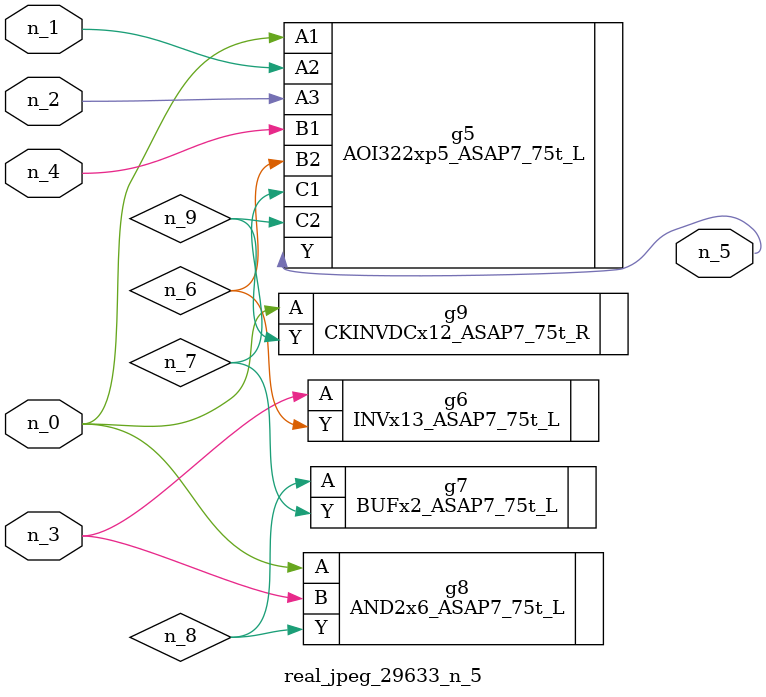
<source format=v>
module real_jpeg_29633_n_5 (n_4, n_0, n_1, n_2, n_3, n_5);

input n_4;
input n_0;
input n_1;
input n_2;
input n_3;

output n_5;

wire n_8;
wire n_6;
wire n_7;
wire n_9;

AOI322xp5_ASAP7_75t_L g5 ( 
.A1(n_0),
.A2(n_1),
.A3(n_2),
.B1(n_4),
.B2(n_6),
.C1(n_7),
.C2(n_9),
.Y(n_5)
);

AND2x6_ASAP7_75t_L g8 ( 
.A(n_0),
.B(n_3),
.Y(n_8)
);

CKINVDCx12_ASAP7_75t_R g9 ( 
.A(n_0),
.Y(n_9)
);

INVx13_ASAP7_75t_L g6 ( 
.A(n_3),
.Y(n_6)
);

BUFx2_ASAP7_75t_L g7 ( 
.A(n_8),
.Y(n_7)
);


endmodule
</source>
